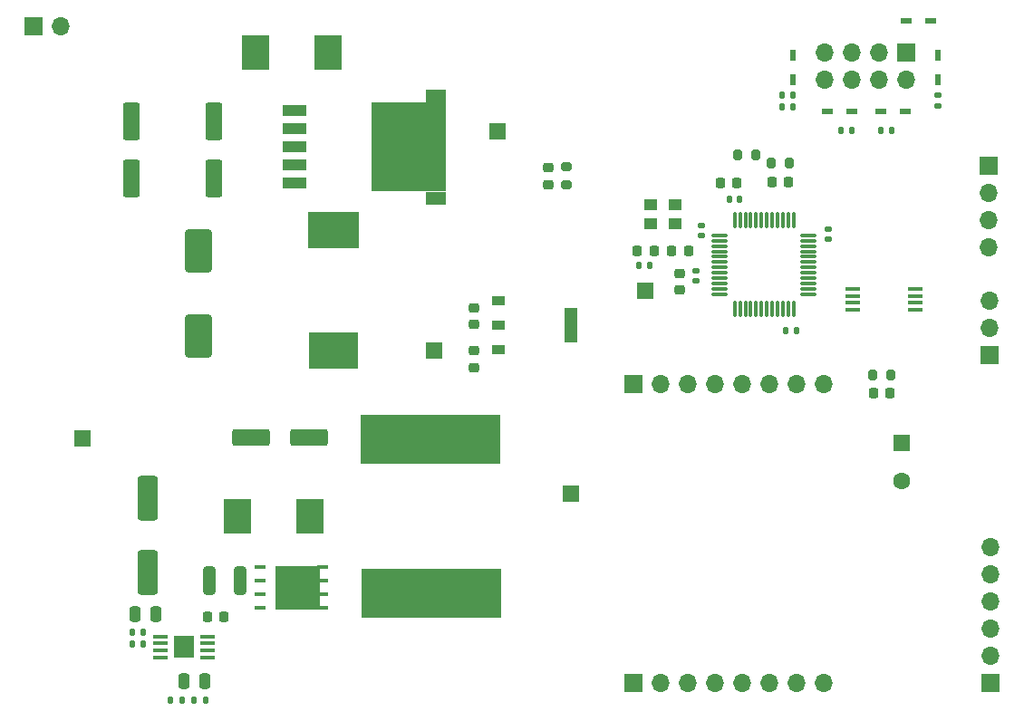
<source format=gbr>
%TF.GenerationSoftware,KiCad,Pcbnew,(6.0.8)*%
%TF.CreationDate,2022-12-06T23:52:27-08:00*%
%TF.ProjectId,motor_controller,6d6f746f-725f-4636-9f6e-74726f6c6c65,B1 (HULA) v0.2*%
%TF.SameCoordinates,Original*%
%TF.FileFunction,Soldermask,Top*%
%TF.FilePolarity,Negative*%
%FSLAX46Y46*%
G04 Gerber Fmt 4.6, Leading zero omitted, Abs format (unit mm)*
G04 Created by KiCad (PCBNEW (6.0.8)) date 2022-12-06 23:52:27*
%MOMM*%
%LPD*%
G01*
G04 APERTURE LIST*
G04 Aperture macros list*
%AMRoundRect*
0 Rectangle with rounded corners*
0 $1 Rounding radius*
0 $2 $3 $4 $5 $6 $7 $8 $9 X,Y pos of 4 corners*
0 Add a 4 corners polygon primitive as box body*
4,1,4,$2,$3,$4,$5,$6,$7,$8,$9,$2,$3,0*
0 Add four circle primitives for the rounded corners*
1,1,$1+$1,$2,$3*
1,1,$1+$1,$4,$5*
1,1,$1+$1,$6,$7*
1,1,$1+$1,$8,$9*
0 Add four rect primitives between the rounded corners*
20,1,$1+$1,$2,$3,$4,$5,0*
20,1,$1+$1,$4,$5,$6,$7,0*
20,1,$1+$1,$6,$7,$8,$9,0*
20,1,$1+$1,$8,$9,$2,$3,0*%
G04 Aperture macros list end*
%ADD10C,0.100000*%
%ADD11RoundRect,0.135000X-0.135000X-0.185000X0.135000X-0.185000X0.135000X0.185000X-0.135000X0.185000X0*%
%ADD12R,1.450000X0.450000*%
%ADD13R,2.160000X1.020000*%
%ADD14R,6.990000X8.330000*%
%ADD15R,1.910000X1.235000*%
%ADD16R,1.425000X0.450000*%
%ADD17R,1.880000X2.000000*%
%ADD18R,1.250000X0.950000*%
%ADD19R,1.250000X3.200000*%
%ADD20RoundRect,0.225000X-0.225000X-0.250000X0.225000X-0.250000X0.225000X0.250000X-0.225000X0.250000X0*%
%ADD21R,1.500000X1.500000*%
%ADD22R,1.700000X1.700000*%
%ADD23O,1.700000X1.700000*%
%ADD24RoundRect,0.200000X-0.275000X0.200000X-0.275000X-0.200000X0.275000X-0.200000X0.275000X0.200000X0*%
%ADD25RoundRect,0.225000X0.225000X0.250000X-0.225000X0.250000X-0.225000X-0.250000X0.225000X-0.250000X0*%
%ADD26R,0.500000X1.100000*%
%ADD27R,1.300000X1.050000*%
%ADD28RoundRect,0.225000X-0.250000X0.225000X-0.250000X-0.225000X0.250000X-0.225000X0.250000X0.225000X0*%
%ADD29RoundRect,0.140000X-0.140000X-0.170000X0.140000X-0.170000X0.140000X0.170000X-0.140000X0.170000X0*%
%ADD30RoundRect,0.135000X0.135000X0.185000X-0.135000X0.185000X-0.135000X-0.185000X0.135000X-0.185000X0*%
%ADD31RoundRect,0.250000X0.312500X1.075000X-0.312500X1.075000X-0.312500X-1.075000X0.312500X-1.075000X0*%
%ADD32RoundRect,0.225000X0.250000X-0.225000X0.250000X0.225000X-0.250000X0.225000X-0.250000X-0.225000X0*%
%ADD33R,2.500000X3.300000*%
%ADD34RoundRect,0.140000X0.140000X0.170000X-0.140000X0.170000X-0.140000X-0.170000X0.140000X-0.170000X0*%
%ADD35R,1.016000X0.457200*%
%ADD36RoundRect,0.250000X1.000000X-1.750000X1.000000X1.750000X-1.000000X1.750000X-1.000000X-1.750000X0*%
%ADD37R,1.600000X1.600000*%
%ADD38C,1.600000*%
%ADD39RoundRect,0.250000X0.700000X-1.825000X0.700000X1.825000X-0.700000X1.825000X-0.700000X-1.825000X0*%
%ADD40RoundRect,0.200000X0.200000X0.275000X-0.200000X0.275000X-0.200000X-0.275000X0.200000X-0.275000X0*%
%ADD41RoundRect,0.135000X0.185000X-0.135000X0.185000X0.135000X-0.185000X0.135000X-0.185000X-0.135000X0*%
%ADD42RoundRect,0.140000X-0.170000X0.140000X-0.170000X-0.140000X0.170000X-0.140000X0.170000X0.140000X0*%
%ADD43RoundRect,0.218750X0.218750X0.256250X-0.218750X0.256250X-0.218750X-0.256250X0.218750X-0.256250X0*%
%ADD44RoundRect,0.250000X1.500000X0.550000X-1.500000X0.550000X-1.500000X-0.550000X1.500000X-0.550000X0*%
%ADD45RoundRect,0.250000X-0.550000X1.500000X-0.550000X-1.500000X0.550000X-1.500000X0.550000X1.500000X0*%
%ADD46R,1.100000X0.500000*%
%ADD47R,13.100000X4.600000*%
%ADD48R,13.050000X4.550000*%
%ADD49RoundRect,0.250000X-0.250000X-0.475000X0.250000X-0.475000X0.250000X0.475000X-0.250000X0.475000X0*%
%ADD50RoundRect,0.075000X-0.662500X-0.075000X0.662500X-0.075000X0.662500X0.075000X-0.662500X0.075000X0*%
%ADD51RoundRect,0.075000X-0.075000X-0.662500X0.075000X-0.662500X0.075000X0.662500X-0.075000X0.662500X0*%
%ADD52RoundRect,0.140000X0.170000X-0.140000X0.170000X0.140000X-0.170000X0.140000X-0.170000X-0.140000X0*%
%ADD53RoundRect,0.200000X-0.200000X-0.275000X0.200000X-0.275000X0.200000X0.275000X-0.200000X0.275000X0*%
%ADD54RoundRect,0.250000X0.250000X0.475000X-0.250000X0.475000X-0.250000X-0.475000X0.250000X-0.475000X0*%
%ADD55RoundRect,0.218750X-0.256250X0.218750X-0.256250X-0.218750X0.256250X-0.218750X0.256250X0.218750X0*%
%ADD56R,4.650000X3.450000*%
%ADD57R,4.750000X3.450000*%
G04 APERTURE END LIST*
%TO.C,MOSFET301*%
G36*
X106016200Y-109593900D02*
G01*
X101977600Y-109593900D01*
X101977600Y-105606100D01*
X106016200Y-105606100D01*
X106016200Y-109593900D01*
G37*
D10*
X106016200Y-109593900D02*
X101977600Y-109593900D01*
X101977600Y-105606100D01*
X106016200Y-105606100D01*
X106016200Y-109593900D01*
%TD*%
D11*
%TO.C,R303*%
X88540000Y-112900000D03*
X89560000Y-112900000D03*
%TD*%
D12*
%TO.C,IC601*%
X155875000Y-79725000D03*
X155875000Y-80375000D03*
X155875000Y-81025000D03*
X155875000Y-81675000D03*
X161725000Y-81675000D03*
X161725000Y-81025000D03*
X161725000Y-80375000D03*
X161725000Y-79725000D03*
%TD*%
D13*
%TO.C,IC401*%
X103725000Y-63050000D03*
X103725000Y-64750000D03*
X103725000Y-66450000D03*
X103725000Y-68150000D03*
X103725000Y-69850000D03*
D14*
X114400000Y-66450000D03*
D15*
X116940000Y-71232500D03*
X116940000Y-61667500D03*
%TD*%
D16*
%TO.C,IC301*%
X91188000Y-112225000D03*
X91188000Y-112875000D03*
X91188000Y-113525000D03*
X91188000Y-114175000D03*
X95612000Y-114175000D03*
X95612000Y-113525000D03*
X95612000Y-112875000D03*
X95612000Y-112225000D03*
D17*
X93400000Y-113200000D03*
%TD*%
D18*
%TO.C,IC402*%
X122752000Y-80850000D03*
X122752000Y-83150000D03*
X122752000Y-85450000D03*
D19*
X129552000Y-83150000D03*
%TD*%
D20*
%TO.C,C101*%
X143525000Y-69850000D03*
X145075000Y-69850000D03*
%TD*%
D21*
%TO.C,TP202*%
X129600000Y-98900000D03*
%TD*%
D22*
%TO.C,J501*%
X135440000Y-88640000D03*
D23*
X137980000Y-88640000D03*
X140520000Y-88640000D03*
X143060000Y-88640000D03*
X145600000Y-88640000D03*
X148140000Y-88640000D03*
X150680000Y-88640000D03*
X153220000Y-88640000D03*
%TD*%
D24*
%TO.C,R202*%
X129175000Y-68350000D03*
X129175000Y-70000000D03*
%TD*%
D25*
%TO.C,C108*%
X140525000Y-76150000D03*
X138975000Y-76150000D03*
%TD*%
D26*
%TO.C,D604*%
X150300000Y-57900000D03*
X150300000Y-60200000D03*
%TD*%
D27*
%TO.C,Y101*%
X139300000Y-71875000D03*
X137000000Y-71875000D03*
X137000000Y-73625000D03*
X139300000Y-73625000D03*
%TD*%
D28*
%TO.C,C401*%
X120502000Y-85525000D03*
X120502000Y-87075000D03*
%TD*%
D29*
%TO.C,C105*%
X144370000Y-71325000D03*
X145330000Y-71325000D03*
%TD*%
D30*
%TO.C,R603*%
X150310000Y-61600000D03*
X149290000Y-61600000D03*
%TD*%
D31*
%TO.C,R302*%
X98662500Y-107000000D03*
X95737500Y-107000000D03*
%TD*%
D30*
%TO.C,R604*%
X155810000Y-64950000D03*
X154790000Y-64950000D03*
%TD*%
D21*
%TO.C,TP201*%
X83900000Y-93700000D03*
%TD*%
D32*
%TO.C,C402*%
X120502000Y-83075000D03*
X120502000Y-81525000D03*
%TD*%
D26*
%TO.C,D602*%
X163850000Y-57900000D03*
X163850000Y-60200000D03*
%TD*%
D33*
%TO.C,D401*%
X106900000Y-57650000D03*
X100100000Y-57650000D03*
%TD*%
D22*
%TO.C,J201*%
X79350000Y-55175000D03*
D23*
X81890000Y-55175000D03*
%TD*%
D30*
%TO.C,R103*%
X136960000Y-77500000D03*
X135940000Y-77500000D03*
%TD*%
D21*
%TO.C,TP203*%
X122700000Y-65000000D03*
%TD*%
D22*
%TO.C,J601*%
X168625000Y-68200000D03*
D23*
X168625000Y-70740000D03*
X168625000Y-73280000D03*
X168625000Y-75820000D03*
%TD*%
D34*
%TO.C,C103*%
X150605000Y-83650000D03*
X149645000Y-83650000D03*
%TD*%
D30*
%TO.C,R305*%
X93200000Y-118200000D03*
X92180000Y-118200000D03*
%TD*%
D35*
%TO.C,MOSFET301*%
X100479000Y-105695000D03*
X100479000Y-106965000D03*
X100479000Y-108235000D03*
X100479000Y-109505000D03*
X106321000Y-109505000D03*
X106321000Y-108235000D03*
X106321000Y-106965000D03*
X106321000Y-105695000D03*
%TD*%
D36*
%TO.C,C405*%
X94750000Y-84150000D03*
X94750000Y-76150000D03*
%TD*%
D30*
%TO.C,R602*%
X159510000Y-64900000D03*
X158490000Y-64900000D03*
%TD*%
D37*
%TO.C,C501*%
X160500000Y-94147349D03*
D38*
X160500000Y-97647349D03*
%TD*%
D22*
%TO.C,J603*%
X160890000Y-57650000D03*
D23*
X160890000Y-60190000D03*
X158350000Y-57650000D03*
X158350000Y-60190000D03*
X155810000Y-57650000D03*
X155810000Y-60190000D03*
X153270000Y-57650000D03*
X153270000Y-60190000D03*
%TD*%
D39*
%TO.C,C303*%
X90000000Y-106275000D03*
X90000000Y-99325000D03*
%TD*%
D40*
%TO.C,R102*%
X149950000Y-68000000D03*
X148300000Y-68000000D03*
%TD*%
D41*
%TO.C,R601*%
X163850000Y-62610000D03*
X163850000Y-61590000D03*
%TD*%
D42*
%TO.C,C104*%
X153605000Y-74120000D03*
X153605000Y-75080000D03*
%TD*%
D43*
%TO.C,D201*%
X159387500Y-89500000D03*
X157812500Y-89500000D03*
%TD*%
D44*
%TO.C,C305*%
X105100000Y-93600000D03*
X99700000Y-93600000D03*
%TD*%
D20*
%TO.C,C109*%
X135775000Y-76150000D03*
X137325000Y-76150000D03*
%TD*%
%TO.C,C302*%
X95625000Y-110400000D03*
X97175000Y-110400000D03*
%TD*%
D32*
%TO.C,C106*%
X139700000Y-79850000D03*
X139700000Y-78300000D03*
%TD*%
D11*
%TO.C,C601*%
X149290000Y-62700000D03*
X150310000Y-62700000D03*
%TD*%
D45*
%TO.C,C403*%
X96200000Y-64050000D03*
X96200000Y-69450000D03*
%TD*%
D46*
%TO.C,D605*%
X153500000Y-63150000D03*
X155800000Y-63150000D03*
%TD*%
D30*
%TO.C,R304*%
X95400000Y-118200000D03*
X94380000Y-118200000D03*
%TD*%
D46*
%TO.C,D603*%
X163200000Y-54700000D03*
X160900000Y-54700000D03*
%TD*%
D47*
%TO.C,L301*%
X116500000Y-108200000D03*
D48*
X116475000Y-93825000D03*
%TD*%
D22*
%TO.C,J502*%
X135440000Y-116560000D03*
D23*
X137980000Y-116560000D03*
X140520000Y-116560000D03*
X143060000Y-116560000D03*
X145600000Y-116560000D03*
X148140000Y-116560000D03*
X150680000Y-116560000D03*
X153220000Y-116560000D03*
%TD*%
D49*
%TO.C,C301*%
X88850000Y-110100000D03*
X90750000Y-110100000D03*
%TD*%
D50*
%TO.C,U101*%
X143450900Y-74728400D03*
X143450900Y-75228400D03*
X143450900Y-75728400D03*
X143450900Y-76228400D03*
X143450900Y-76728400D03*
X143450900Y-77228400D03*
X143450900Y-77728400D03*
X143450900Y-78228400D03*
X143450900Y-78728400D03*
X143450900Y-79228400D03*
X143450900Y-79728400D03*
X143450900Y-80228400D03*
D51*
X144863400Y-81640900D03*
X145363400Y-81640900D03*
X145863400Y-81640900D03*
X146363400Y-81640900D03*
X146863400Y-81640900D03*
X147363400Y-81640900D03*
X147863400Y-81640900D03*
X148363400Y-81640900D03*
X148863400Y-81640900D03*
X149363400Y-81640900D03*
X149863400Y-81640900D03*
X150363400Y-81640900D03*
D50*
X151775900Y-80228400D03*
X151775900Y-79728400D03*
X151775900Y-79228400D03*
X151775900Y-78728400D03*
X151775900Y-78228400D03*
X151775900Y-77728400D03*
X151775900Y-77228400D03*
X151775900Y-76728400D03*
X151775900Y-76228400D03*
X151775900Y-75728400D03*
X151775900Y-75228400D03*
X151775900Y-74728400D03*
D51*
X150363400Y-73315900D03*
X149863400Y-73315900D03*
X149363400Y-73315900D03*
X148863400Y-73315900D03*
X148363400Y-73315900D03*
X147863400Y-73315900D03*
X147363400Y-73315900D03*
X146863400Y-73315900D03*
X146363400Y-73315900D03*
X145863400Y-73315900D03*
X145363400Y-73315900D03*
X144863400Y-73315900D03*
%TD*%
D21*
%TO.C,TP401*%
X116800000Y-85500000D03*
%TD*%
D52*
%TO.C,C102*%
X141769800Y-74732700D03*
X141769800Y-73772700D03*
%TD*%
D53*
%TO.C,R101*%
X145175000Y-67200000D03*
X146825000Y-67200000D03*
%TD*%
D11*
%TO.C,R301*%
X88540000Y-111800000D03*
X89560000Y-111800000D03*
%TD*%
D54*
%TO.C,C304*%
X95350000Y-116400000D03*
X93450000Y-116400000D03*
%TD*%
D52*
%TO.C,C107*%
X141225000Y-78980000D03*
X141225000Y-78020000D03*
%TD*%
D46*
%TO.C,D601*%
X160800000Y-63150000D03*
X158500000Y-63150000D03*
%TD*%
D22*
%TO.C,J503*%
X168800000Y-116550000D03*
D23*
X168800000Y-114010000D03*
X168800000Y-111470000D03*
X168800000Y-108930000D03*
X168800000Y-106390000D03*
X168800000Y-103850000D03*
%TD*%
D55*
%TO.C,D202*%
X127425000Y-68387500D03*
X127425000Y-69962500D03*
%TD*%
D43*
%TO.C,D101*%
X149900000Y-69754275D03*
X148325000Y-69754275D03*
%TD*%
D45*
%TO.C,C404*%
X88500000Y-64050000D03*
X88500000Y-69450000D03*
%TD*%
D21*
%TO.C,TP101*%
X136500000Y-79950000D03*
%TD*%
D53*
%TO.C,R201*%
X157775000Y-87800000D03*
X159425000Y-87800000D03*
%TD*%
D56*
%TO.C,L401*%
X107375000Y-85525000D03*
D57*
X107375000Y-74275000D03*
%TD*%
D33*
%TO.C,D301*%
X105200000Y-101000000D03*
X98400000Y-101000000D03*
%TD*%
D22*
%TO.C,J602*%
X168675000Y-85925000D03*
D23*
X168675000Y-83385000D03*
X168675000Y-80845000D03*
%TD*%
M02*

</source>
